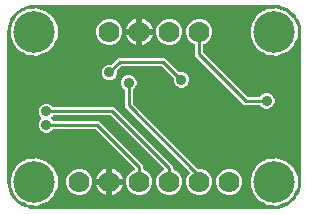
<source format=gbr>
G04 EAGLE Gerber RS-274X export*
G75*
%MOMM*%
%FSLAX34Y34*%
%LPD*%
%INBottom Copper*%
%IPPOS*%
%AMOC8*
5,1,8,0,0,1.08239X$1,22.5*%
G01*
%ADD10C,3.516000*%
%ADD11C,1.778000*%
%ADD12C,0.906400*%
%ADD13C,0.254000*%

G36*
X228622Y2543D02*
X228622Y2543D01*
X228700Y2545D01*
X232077Y2810D01*
X232145Y2824D01*
X232214Y2829D01*
X232370Y2869D01*
X238794Y4956D01*
X238901Y5006D01*
X239012Y5050D01*
X239063Y5083D01*
X239082Y5091D01*
X239097Y5104D01*
X239148Y5136D01*
X244612Y9107D01*
X244699Y9188D01*
X244746Y9227D01*
X244752Y9231D01*
X244753Y9233D01*
X244791Y9264D01*
X244829Y9310D01*
X244844Y9324D01*
X244855Y9342D01*
X244893Y9388D01*
X246586Y11717D01*
X246599Y11741D01*
X246616Y11761D01*
X246675Y11880D01*
X246739Y11996D01*
X246746Y12022D01*
X246758Y12046D01*
X246785Y12174D01*
X246799Y12185D01*
X246823Y12196D01*
X246925Y12281D01*
X247031Y12361D01*
X247048Y12381D01*
X247068Y12398D01*
X247171Y12522D01*
X248864Y14852D01*
X248921Y14956D01*
X248985Y15056D01*
X249007Y15113D01*
X249017Y15131D01*
X249022Y15151D01*
X249044Y15206D01*
X251131Y21630D01*
X251144Y21698D01*
X251167Y21764D01*
X251190Y21923D01*
X251455Y25300D01*
X251455Y25304D01*
X251456Y25307D01*
X251455Y25326D01*
X251459Y25400D01*
X251459Y152400D01*
X251457Y152422D01*
X251455Y152500D01*
X251190Y155877D01*
X251176Y155945D01*
X251171Y156014D01*
X251131Y156170D01*
X249044Y162594D01*
X248993Y162701D01*
X248950Y162812D01*
X248917Y162863D01*
X248909Y162882D01*
X248896Y162897D01*
X248864Y162948D01*
X247171Y165278D01*
X247153Y165297D01*
X247139Y165320D01*
X247044Y165413D01*
X246953Y165509D01*
X246931Y165524D01*
X246912Y165542D01*
X246798Y165608D01*
X246792Y165624D01*
X246789Y165651D01*
X246740Y165775D01*
X246697Y165900D01*
X246682Y165922D01*
X246672Y165947D01*
X246586Y166083D01*
X244893Y168412D01*
X244812Y168499D01*
X244736Y168591D01*
X244690Y168629D01*
X244676Y168644D01*
X244658Y168655D01*
X244612Y168693D01*
X239148Y172664D01*
X239044Y172721D01*
X238944Y172785D01*
X238887Y172807D01*
X238869Y172817D01*
X238849Y172822D01*
X238794Y172844D01*
X232370Y174931D01*
X232302Y174944D01*
X232236Y174967D01*
X232077Y174990D01*
X228700Y175255D01*
X228678Y175254D01*
X228600Y175259D01*
X25400Y175259D01*
X25378Y175257D01*
X25300Y175255D01*
X21923Y174990D01*
X21855Y174976D01*
X21786Y174971D01*
X21630Y174931D01*
X18892Y174041D01*
X18867Y174030D01*
X18842Y174024D01*
X18724Y173963D01*
X18604Y173906D01*
X18583Y173889D01*
X18560Y173877D01*
X18462Y173789D01*
X18445Y173788D01*
X18418Y173793D01*
X18286Y173785D01*
X18153Y173783D01*
X18127Y173775D01*
X18101Y173774D01*
X17945Y173734D01*
X15206Y172844D01*
X15099Y172794D01*
X14988Y172750D01*
X14937Y172717D01*
X14918Y172709D01*
X14903Y172696D01*
X14852Y172664D01*
X9388Y168693D01*
X9301Y168612D01*
X9209Y168536D01*
X9171Y168490D01*
X9156Y168476D01*
X9145Y168458D01*
X9107Y168412D01*
X5136Y162948D01*
X5079Y162844D01*
X5015Y162744D01*
X4993Y162687D01*
X4983Y162669D01*
X4978Y162649D01*
X4956Y162594D01*
X2869Y156170D01*
X2856Y156102D01*
X2833Y156036D01*
X2810Y155877D01*
X2545Y152500D01*
X2546Y152478D01*
X2541Y152400D01*
X2541Y25400D01*
X2543Y25378D01*
X2545Y25300D01*
X2810Y21923D01*
X2824Y21855D01*
X2829Y21786D01*
X2869Y21630D01*
X4956Y15206D01*
X5006Y15099D01*
X5050Y14988D01*
X5083Y14937D01*
X5091Y14918D01*
X5104Y14903D01*
X5136Y14852D01*
X9107Y9388D01*
X9127Y9366D01*
X9138Y9348D01*
X9184Y9305D01*
X9188Y9301D01*
X9264Y9209D01*
X9310Y9171D01*
X9324Y9156D01*
X9342Y9145D01*
X9388Y9107D01*
X14852Y5136D01*
X14956Y5079D01*
X15056Y5015D01*
X15113Y4993D01*
X15131Y4983D01*
X15151Y4978D01*
X15206Y4956D01*
X17945Y4066D01*
X17971Y4061D01*
X17996Y4051D01*
X18127Y4031D01*
X18257Y4006D01*
X18284Y4008D01*
X18310Y4004D01*
X18441Y4018D01*
X18455Y4008D01*
X18474Y3989D01*
X18585Y3917D01*
X18694Y3842D01*
X18719Y3832D01*
X18742Y3818D01*
X18891Y3759D01*
X21630Y2869D01*
X21698Y2856D01*
X21764Y2833D01*
X21923Y2810D01*
X25300Y2545D01*
X25322Y2546D01*
X25400Y2541D01*
X228600Y2541D01*
X228622Y2543D01*
G37*
%LPC*%
G36*
X112127Y14477D02*
X112127Y14477D01*
X108113Y16140D01*
X105040Y19213D01*
X103377Y23227D01*
X103377Y27573D01*
X105040Y31587D01*
X108113Y34660D01*
X109863Y35385D01*
X109906Y35409D01*
X109953Y35426D01*
X110043Y35488D01*
X110139Y35542D01*
X110175Y35577D01*
X110216Y35605D01*
X110288Y35687D01*
X110367Y35763D01*
X110393Y35806D01*
X110426Y35843D01*
X110476Y35941D01*
X110534Y36035D01*
X110548Y36082D01*
X110571Y36126D01*
X110595Y36234D01*
X110627Y36339D01*
X110630Y36388D01*
X110640Y36437D01*
X110637Y36547D01*
X110642Y36656D01*
X110632Y36705D01*
X110631Y36755D01*
X110600Y36860D01*
X110578Y36968D01*
X110556Y37012D01*
X110542Y37060D01*
X110487Y37155D01*
X110438Y37253D01*
X110406Y37291D01*
X110381Y37334D01*
X110274Y37455D01*
X77744Y69986D01*
X77665Y70046D01*
X77593Y70114D01*
X77540Y70143D01*
X77492Y70180D01*
X77401Y70220D01*
X77315Y70268D01*
X77256Y70283D01*
X77201Y70307D01*
X77103Y70322D01*
X77007Y70347D01*
X76907Y70353D01*
X76887Y70357D01*
X76874Y70355D01*
X76846Y70357D01*
X42067Y70357D01*
X41969Y70345D01*
X41870Y70342D01*
X41812Y70325D01*
X41751Y70317D01*
X41659Y70281D01*
X41564Y70253D01*
X41512Y70223D01*
X41456Y70200D01*
X41376Y70142D01*
X41290Y70092D01*
X41215Y70026D01*
X41198Y70014D01*
X41191Y70004D01*
X41169Y69986D01*
X39279Y68095D01*
X36866Y67095D01*
X34254Y67095D01*
X31841Y68095D01*
X29995Y69941D01*
X28995Y72354D01*
X28995Y74966D01*
X29995Y77379D01*
X31094Y78478D01*
X31167Y78572D01*
X31245Y78661D01*
X31264Y78697D01*
X31289Y78729D01*
X31336Y78838D01*
X31390Y78944D01*
X31399Y78983D01*
X31415Y79021D01*
X31434Y79138D01*
X31460Y79254D01*
X31458Y79295D01*
X31465Y79335D01*
X31454Y79453D01*
X31450Y79572D01*
X31439Y79611D01*
X31435Y79651D01*
X31395Y79763D01*
X31362Y79878D01*
X31341Y79913D01*
X31327Y79951D01*
X31260Y80049D01*
X31200Y80152D01*
X31160Y80197D01*
X31149Y80214D01*
X31133Y80227D01*
X31094Y80273D01*
X29995Y81371D01*
X28995Y83784D01*
X28995Y86396D01*
X29995Y88809D01*
X31841Y90655D01*
X34254Y91655D01*
X36866Y91655D01*
X39279Y90655D01*
X41169Y88764D01*
X41248Y88704D01*
X41320Y88636D01*
X41373Y88607D01*
X41421Y88570D01*
X41512Y88530D01*
X41598Y88482D01*
X41657Y88467D01*
X41713Y88443D01*
X41811Y88428D01*
X41906Y88403D01*
X42006Y88397D01*
X42027Y88393D01*
X42039Y88395D01*
X42067Y88393D01*
X92808Y88393D01*
X143003Y38198D01*
X143003Y36703D01*
X143006Y36673D01*
X143004Y36644D01*
X143026Y36516D01*
X143043Y36387D01*
X143053Y36360D01*
X143058Y36331D01*
X143112Y36212D01*
X143160Y36091D01*
X143177Y36068D01*
X143189Y36041D01*
X143270Y35939D01*
X143346Y35834D01*
X143369Y35815D01*
X143388Y35792D01*
X143491Y35714D01*
X143591Y35631D01*
X143618Y35619D01*
X143642Y35601D01*
X143786Y35530D01*
X145887Y34660D01*
X148960Y31587D01*
X150623Y27573D01*
X150623Y23227D01*
X148960Y19213D01*
X145887Y16140D01*
X141873Y14477D01*
X137527Y14477D01*
X133513Y16140D01*
X130440Y19213D01*
X128777Y23227D01*
X128777Y27573D01*
X130440Y31587D01*
X133513Y34660D01*
X134365Y35013D01*
X134408Y35037D01*
X134455Y35054D01*
X134546Y35116D01*
X134641Y35170D01*
X134677Y35205D01*
X134718Y35233D01*
X134791Y35315D01*
X134869Y35392D01*
X134895Y35434D01*
X134928Y35471D01*
X134978Y35569D01*
X135036Y35663D01*
X135050Y35710D01*
X135073Y35754D01*
X135097Y35862D01*
X135129Y35967D01*
X135132Y36016D01*
X135142Y36065D01*
X135139Y36175D01*
X135144Y36284D01*
X135134Y36333D01*
X135133Y36383D01*
X135102Y36488D01*
X135080Y36596D01*
X135058Y36640D01*
X135044Y36688D01*
X134989Y36783D01*
X134940Y36881D01*
X134908Y36919D01*
X134883Y36962D01*
X134776Y37083D01*
X90444Y81416D01*
X90365Y81476D01*
X90293Y81544D01*
X90240Y81573D01*
X90192Y81610D01*
X90101Y81650D01*
X90015Y81698D01*
X89956Y81713D01*
X89901Y81737D01*
X89803Y81752D01*
X89707Y81777D01*
X89607Y81783D01*
X89586Y81787D01*
X89574Y81785D01*
X89546Y81787D01*
X42067Y81787D01*
X41969Y81775D01*
X41870Y81772D01*
X41812Y81755D01*
X41751Y81747D01*
X41659Y81711D01*
X41564Y81683D01*
X41512Y81653D01*
X41456Y81630D01*
X41376Y81572D01*
X41290Y81522D01*
X41215Y81456D01*
X41198Y81444D01*
X41191Y81434D01*
X41169Y81416D01*
X40026Y80273D01*
X39954Y80179D01*
X39875Y80089D01*
X39856Y80053D01*
X39832Y80021D01*
X39784Y79912D01*
X39730Y79806D01*
X39721Y79767D01*
X39705Y79729D01*
X39686Y79612D01*
X39660Y79496D01*
X39662Y79455D01*
X39655Y79415D01*
X39666Y79297D01*
X39670Y79178D01*
X39681Y79139D01*
X39685Y79099D01*
X39725Y78986D01*
X39758Y78872D01*
X39779Y78838D01*
X39793Y78799D01*
X39860Y78701D01*
X39920Y78598D01*
X39960Y78553D01*
X39971Y78536D01*
X39987Y78523D01*
X40026Y78478D01*
X41169Y77334D01*
X41248Y77274D01*
X41320Y77206D01*
X41373Y77177D01*
X41421Y77140D01*
X41512Y77100D01*
X41598Y77052D01*
X41657Y77037D01*
X41713Y77013D01*
X41811Y76998D01*
X41906Y76973D01*
X42006Y76967D01*
X42027Y76963D01*
X42039Y76965D01*
X42067Y76963D01*
X80108Y76963D01*
X82414Y74657D01*
X82414Y74656D01*
X117603Y39468D01*
X117603Y36703D01*
X117606Y36674D01*
X117604Y36644D01*
X117626Y36516D01*
X117643Y36387D01*
X117653Y36360D01*
X117658Y36331D01*
X117712Y36212D01*
X117760Y36092D01*
X117777Y36068D01*
X117789Y36041D01*
X117870Y35939D01*
X117946Y35834D01*
X117969Y35815D01*
X117988Y35792D01*
X118091Y35714D01*
X118191Y35631D01*
X118218Y35619D01*
X118242Y35601D01*
X118386Y35530D01*
X120487Y34660D01*
X123560Y31587D01*
X125223Y27573D01*
X125223Y23227D01*
X123560Y19213D01*
X120487Y16140D01*
X116473Y14477D01*
X112127Y14477D01*
G37*
%LPD*%
%LPC*%
G36*
X23676Y132780D02*
X23676Y132780D01*
X23658Y132780D01*
X23543Y132787D01*
X21499Y132787D01*
X20951Y133014D01*
X20853Y133041D01*
X20757Y133077D01*
X20665Y133092D01*
X20644Y133098D01*
X20631Y133098D01*
X20598Y133104D01*
X19179Y133253D01*
X16215Y134964D01*
X16212Y134965D01*
X16210Y134967D01*
X16066Y135038D01*
X14290Y135773D01*
X13693Y136370D01*
X13626Y136422D01*
X13565Y136483D01*
X13451Y136558D01*
X13442Y136565D01*
X13438Y136567D01*
X13431Y136572D01*
X11929Y137439D01*
X10139Y139903D01*
X10126Y139917D01*
X10116Y139933D01*
X10009Y140054D01*
X8773Y141290D01*
X8357Y142296D01*
X8322Y142356D01*
X8297Y142420D01*
X8211Y142556D01*
X7008Y144211D01*
X6447Y146850D01*
X6436Y146883D01*
X6431Y146919D01*
X6379Y147071D01*
X5787Y148499D01*
X5787Y149822D01*
X5781Y149874D01*
X5783Y149926D01*
X5760Y150086D01*
X5268Y152400D01*
X5760Y154714D01*
X5764Y154767D01*
X5777Y154818D01*
X5787Y154978D01*
X5787Y156301D01*
X6379Y157729D01*
X6388Y157763D01*
X6404Y157795D01*
X6447Y157950D01*
X7008Y160589D01*
X8211Y162244D01*
X8244Y162305D01*
X8286Y162360D01*
X8357Y162504D01*
X8773Y163510D01*
X10009Y164746D01*
X10021Y164761D01*
X10036Y164773D01*
X10139Y164897D01*
X11929Y167361D01*
X13431Y168228D01*
X13499Y168280D01*
X13573Y168324D01*
X13675Y168414D01*
X13684Y168421D01*
X13687Y168424D01*
X13693Y168430D01*
X14290Y169027D01*
X16066Y169762D01*
X16068Y169764D01*
X16070Y169764D01*
X16215Y169836D01*
X18972Y171428D01*
X18993Y171444D01*
X19017Y171455D01*
X19119Y171540D01*
X19166Y171575D01*
X19203Y171568D01*
X19229Y171569D01*
X19256Y171565D01*
X19416Y171572D01*
X20598Y171696D01*
X20698Y171720D01*
X20799Y171734D01*
X20887Y171764D01*
X20908Y171769D01*
X20920Y171775D01*
X20951Y171786D01*
X21499Y172013D01*
X23543Y172013D01*
X23560Y172015D01*
X23676Y172020D01*
X27504Y172422D01*
X28573Y172075D01*
X28690Y172053D01*
X28805Y172023D01*
X28865Y172019D01*
X28885Y172015D01*
X28906Y172017D01*
X28965Y172013D01*
X29301Y172013D01*
X31209Y171223D01*
X31230Y171217D01*
X31302Y171188D01*
X35466Y169835D01*
X36078Y169285D01*
X36188Y169208D01*
X36297Y169126D01*
X36327Y169111D01*
X36339Y169103D01*
X36359Y169096D01*
X36441Y169055D01*
X36510Y169027D01*
X37805Y167732D01*
X37819Y167721D01*
X37853Y167686D01*
X41687Y164234D01*
X41900Y163756D01*
X41979Y163626D01*
X42250Y162972D01*
X42255Y162963D01*
X42263Y162941D01*
X45092Y156586D01*
X45092Y148214D01*
X42263Y141859D01*
X42260Y141849D01*
X42250Y141828D01*
X41994Y141211D01*
X41975Y141187D01*
X41970Y141179D01*
X41968Y141175D01*
X41963Y141165D01*
X41900Y141044D01*
X41687Y140566D01*
X37853Y137114D01*
X37841Y137100D01*
X37804Y137068D01*
X36510Y135773D01*
X36441Y135745D01*
X36324Y135678D01*
X36204Y135615D01*
X36177Y135594D01*
X36165Y135587D01*
X36149Y135572D01*
X36078Y135515D01*
X35466Y134965D01*
X31302Y133612D01*
X31283Y133603D01*
X31209Y133577D01*
X29301Y132787D01*
X28965Y132787D01*
X28848Y132772D01*
X28729Y132765D01*
X28670Y132750D01*
X28650Y132747D01*
X28631Y132740D01*
X28573Y132725D01*
X27504Y132378D01*
X23676Y132780D01*
G37*
%LPD*%
%LPC*%
G36*
X226876Y132780D02*
X226876Y132780D01*
X226858Y132780D01*
X226743Y132787D01*
X224699Y132787D01*
X224151Y133014D01*
X224052Y133041D01*
X223957Y133077D01*
X223865Y133092D01*
X223844Y133098D01*
X223831Y133098D01*
X223798Y133104D01*
X222379Y133253D01*
X219415Y134964D01*
X219413Y134965D01*
X219410Y134967D01*
X219266Y135038D01*
X217490Y135773D01*
X216893Y136370D01*
X216826Y136422D01*
X216765Y136483D01*
X216651Y136558D01*
X216642Y136565D01*
X216638Y136567D01*
X216631Y136572D01*
X215129Y137439D01*
X213339Y139903D01*
X213326Y139917D01*
X213316Y139933D01*
X213209Y140054D01*
X211973Y141290D01*
X211557Y142296D01*
X211522Y142356D01*
X211497Y142420D01*
X211411Y142556D01*
X210208Y144211D01*
X209647Y146849D01*
X209636Y146883D01*
X209631Y146919D01*
X209579Y147071D01*
X208987Y148499D01*
X208987Y149822D01*
X208981Y149874D01*
X208983Y149926D01*
X208960Y150086D01*
X208468Y152400D01*
X208960Y154714D01*
X208964Y154767D01*
X208977Y154817D01*
X208987Y154978D01*
X208987Y156301D01*
X209579Y157729D01*
X209588Y157763D01*
X209604Y157795D01*
X209647Y157951D01*
X210208Y160589D01*
X211411Y162244D01*
X211444Y162305D01*
X211486Y162360D01*
X211557Y162504D01*
X211973Y163510D01*
X213209Y164746D01*
X213221Y164761D01*
X213236Y164773D01*
X213339Y164897D01*
X215129Y167361D01*
X216631Y168228D01*
X216699Y168280D01*
X216773Y168324D01*
X216875Y168414D01*
X216884Y168421D01*
X216887Y168424D01*
X216893Y168430D01*
X217490Y169027D01*
X219266Y169762D01*
X219268Y169764D01*
X219271Y169764D01*
X219415Y169836D01*
X222379Y171547D01*
X223798Y171696D01*
X223898Y171720D01*
X223999Y171734D01*
X224087Y171764D01*
X224108Y171769D01*
X224120Y171775D01*
X224151Y171786D01*
X224699Y172013D01*
X226743Y172013D01*
X226760Y172015D01*
X226876Y172020D01*
X230704Y172422D01*
X231773Y172075D01*
X231890Y172053D01*
X232005Y172023D01*
X232065Y172019D01*
X232085Y172015D01*
X232106Y172017D01*
X232165Y172013D01*
X232501Y172013D01*
X234409Y171222D01*
X234430Y171217D01*
X234503Y171188D01*
X238666Y169835D01*
X239278Y169285D01*
X239389Y169207D01*
X239497Y169126D01*
X239527Y169111D01*
X239539Y169103D01*
X239559Y169096D01*
X239641Y169055D01*
X239710Y169027D01*
X241005Y167732D01*
X241019Y167721D01*
X241053Y167686D01*
X244710Y164393D01*
X244732Y164378D01*
X244750Y164359D01*
X244862Y164288D01*
X244910Y164254D01*
X244914Y164217D01*
X244924Y164192D01*
X244929Y164166D01*
X244985Y164015D01*
X245100Y163756D01*
X245179Y163626D01*
X245450Y162971D01*
X245455Y162962D01*
X245463Y162941D01*
X248292Y156586D01*
X248292Y148214D01*
X245463Y141859D01*
X245460Y141849D01*
X245450Y141829D01*
X245194Y141211D01*
X245175Y141187D01*
X245170Y141179D01*
X245168Y141175D01*
X245163Y141164D01*
X245100Y141044D01*
X244887Y140566D01*
X241053Y137114D01*
X241041Y137100D01*
X241005Y137068D01*
X239710Y135773D01*
X239641Y135745D01*
X239524Y135678D01*
X239404Y135615D01*
X239377Y135594D01*
X239365Y135587D01*
X239350Y135572D01*
X239278Y135515D01*
X238666Y134965D01*
X234502Y133612D01*
X234483Y133603D01*
X234409Y133577D01*
X232501Y132787D01*
X232165Y132787D01*
X232047Y132772D01*
X231929Y132765D01*
X231870Y132750D01*
X231850Y132747D01*
X231831Y132740D01*
X231773Y132725D01*
X230704Y132378D01*
X226876Y132780D01*
G37*
%LPD*%
%LPC*%
G36*
X226876Y5780D02*
X226876Y5780D01*
X226858Y5780D01*
X226743Y5787D01*
X224699Y5787D01*
X224151Y6014D01*
X224052Y6041D01*
X223957Y6077D01*
X223865Y6092D01*
X223844Y6098D01*
X223831Y6098D01*
X223798Y6104D01*
X222379Y6253D01*
X219415Y7964D01*
X219413Y7965D01*
X219410Y7967D01*
X219266Y8038D01*
X217490Y8773D01*
X216893Y9370D01*
X216826Y9422D01*
X216765Y9483D01*
X216651Y9558D01*
X216642Y9565D01*
X216638Y9567D01*
X216631Y9572D01*
X215129Y10439D01*
X213339Y12903D01*
X213326Y12917D01*
X213316Y12933D01*
X213209Y13054D01*
X211973Y14290D01*
X211557Y15296D01*
X211522Y15356D01*
X211497Y15420D01*
X211411Y15556D01*
X210208Y17211D01*
X209647Y19849D01*
X209636Y19883D01*
X209631Y19919D01*
X209579Y20071D01*
X208987Y21499D01*
X208987Y22822D01*
X208981Y22874D01*
X208983Y22926D01*
X208960Y23086D01*
X208468Y25400D01*
X208960Y27714D01*
X208964Y27767D01*
X208977Y27817D01*
X208987Y27978D01*
X208987Y29301D01*
X209579Y30729D01*
X209588Y30763D01*
X209604Y30795D01*
X209647Y30951D01*
X210208Y33589D01*
X211411Y35244D01*
X211444Y35305D01*
X211486Y35360D01*
X211557Y35504D01*
X211973Y36510D01*
X213209Y37746D01*
X213221Y37761D01*
X213236Y37773D01*
X213339Y37897D01*
X215129Y40361D01*
X216631Y41228D01*
X216699Y41280D01*
X216773Y41324D01*
X216875Y41414D01*
X216884Y41421D01*
X216887Y41424D01*
X216893Y41430D01*
X217490Y42027D01*
X219266Y42762D01*
X219268Y42764D01*
X219271Y42764D01*
X219415Y42836D01*
X222379Y44547D01*
X223798Y44696D01*
X223898Y44720D01*
X223999Y44734D01*
X224087Y44764D01*
X224108Y44769D01*
X224120Y44775D01*
X224151Y44786D01*
X224699Y45013D01*
X226743Y45013D01*
X226760Y45015D01*
X226876Y45020D01*
X230704Y45422D01*
X231773Y45075D01*
X231890Y45053D01*
X232005Y45023D01*
X232065Y45019D01*
X232085Y45015D01*
X232106Y45017D01*
X232165Y45013D01*
X232501Y45013D01*
X234409Y44222D01*
X234430Y44217D01*
X234503Y44188D01*
X238666Y42835D01*
X239278Y42285D01*
X239389Y42207D01*
X239497Y42126D01*
X239527Y42111D01*
X239539Y42103D01*
X239559Y42096D01*
X239641Y42055D01*
X239710Y42027D01*
X241005Y40732D01*
X241019Y40721D01*
X241053Y40686D01*
X244887Y37234D01*
X245100Y36756D01*
X245179Y36626D01*
X245450Y35971D01*
X245455Y35962D01*
X245463Y35941D01*
X248292Y29586D01*
X248292Y21214D01*
X245463Y14859D01*
X245460Y14849D01*
X245450Y14829D01*
X245194Y14211D01*
X245175Y14187D01*
X245170Y14178D01*
X245168Y14175D01*
X245163Y14165D01*
X245100Y14044D01*
X244985Y13785D01*
X244977Y13759D01*
X244964Y13736D01*
X244931Y13607D01*
X244914Y13552D01*
X244880Y13536D01*
X244860Y13519D01*
X244836Y13507D01*
X244710Y13407D01*
X241053Y10114D01*
X241041Y10100D01*
X241005Y10068D01*
X239710Y8773D01*
X239641Y8745D01*
X239524Y8678D01*
X239404Y8615D01*
X239377Y8594D01*
X239365Y8587D01*
X239350Y8572D01*
X239278Y8515D01*
X238666Y7965D01*
X234502Y6612D01*
X234483Y6603D01*
X234409Y6577D01*
X232501Y5787D01*
X232165Y5787D01*
X232047Y5772D01*
X231929Y5765D01*
X231870Y5750D01*
X231850Y5747D01*
X231831Y5740D01*
X231773Y5725D01*
X230704Y5378D01*
X226876Y5780D01*
G37*
%LPD*%
%LPC*%
G36*
X23676Y5780D02*
X23676Y5780D01*
X23658Y5780D01*
X23543Y5787D01*
X21499Y5787D01*
X20951Y6014D01*
X20852Y6041D01*
X20757Y6077D01*
X20665Y6092D01*
X20644Y6098D01*
X20631Y6098D01*
X20598Y6104D01*
X19416Y6228D01*
X19390Y6227D01*
X19364Y6232D01*
X19231Y6224D01*
X19173Y6223D01*
X19147Y6250D01*
X19125Y6265D01*
X19106Y6283D01*
X18972Y6372D01*
X16215Y7964D01*
X16213Y7965D01*
X16210Y7967D01*
X16066Y8038D01*
X14290Y8773D01*
X13693Y9370D01*
X13626Y9422D01*
X13565Y9483D01*
X13451Y9558D01*
X13442Y9565D01*
X13438Y9567D01*
X13431Y9572D01*
X11929Y10439D01*
X10139Y12903D01*
X10126Y12917D01*
X10116Y12933D01*
X10009Y13054D01*
X8773Y14290D01*
X8357Y15296D01*
X8322Y15356D01*
X8297Y15420D01*
X8211Y15556D01*
X7008Y17211D01*
X6447Y19849D01*
X6436Y19883D01*
X6431Y19919D01*
X6379Y20071D01*
X5787Y21499D01*
X5787Y22822D01*
X5781Y22874D01*
X5783Y22926D01*
X5760Y23086D01*
X5268Y25400D01*
X5760Y27714D01*
X5764Y27767D01*
X5777Y27817D01*
X5787Y27978D01*
X5787Y29301D01*
X6379Y30729D01*
X6388Y30763D01*
X6404Y30795D01*
X6447Y30951D01*
X7008Y33589D01*
X8211Y35244D01*
X8244Y35305D01*
X8286Y35360D01*
X8357Y35504D01*
X8773Y36510D01*
X10009Y37746D01*
X10021Y37761D01*
X10036Y37773D01*
X10139Y37897D01*
X11929Y40361D01*
X13431Y41228D01*
X13499Y41280D01*
X13573Y41324D01*
X13675Y41414D01*
X13684Y41421D01*
X13687Y41424D01*
X13693Y41430D01*
X14290Y42027D01*
X16066Y42762D01*
X16068Y42764D01*
X16071Y42764D01*
X16215Y42836D01*
X19179Y44547D01*
X20598Y44696D01*
X20698Y44720D01*
X20799Y44734D01*
X20887Y44764D01*
X20908Y44769D01*
X20920Y44775D01*
X20951Y44786D01*
X21499Y45013D01*
X23543Y45013D01*
X23560Y45015D01*
X23676Y45020D01*
X27504Y45422D01*
X28573Y45075D01*
X28690Y45053D01*
X28805Y45023D01*
X28865Y45019D01*
X28885Y45015D01*
X28906Y45017D01*
X28965Y45013D01*
X29301Y45013D01*
X31209Y44222D01*
X31230Y44217D01*
X31303Y44188D01*
X35466Y42835D01*
X36078Y42285D01*
X36189Y42207D01*
X36297Y42126D01*
X36327Y42111D01*
X36339Y42103D01*
X36359Y42096D01*
X36441Y42055D01*
X36510Y42027D01*
X37805Y40732D01*
X37819Y40721D01*
X37853Y40686D01*
X41687Y37234D01*
X41900Y36756D01*
X41979Y36626D01*
X42250Y35971D01*
X42255Y35962D01*
X42263Y35941D01*
X45092Y29586D01*
X45092Y21214D01*
X42263Y14859D01*
X42260Y14849D01*
X42250Y14829D01*
X41994Y14211D01*
X41975Y14187D01*
X41970Y14179D01*
X41968Y14175D01*
X41963Y14164D01*
X41900Y14044D01*
X41687Y13566D01*
X37853Y10114D01*
X37841Y10100D01*
X37805Y10068D01*
X36510Y8773D01*
X36441Y8745D01*
X36324Y8678D01*
X36204Y8615D01*
X36177Y8594D01*
X36165Y8587D01*
X36150Y8572D01*
X36078Y8515D01*
X35466Y7965D01*
X31302Y6612D01*
X31283Y6603D01*
X31209Y6577D01*
X29301Y5787D01*
X28965Y5787D01*
X28847Y5772D01*
X28729Y5765D01*
X28670Y5750D01*
X28650Y5747D01*
X28631Y5740D01*
X28573Y5725D01*
X27504Y5378D01*
X23676Y5780D01*
G37*
%LPD*%
%LPC*%
G36*
X162927Y14477D02*
X162927Y14477D01*
X158913Y16140D01*
X155840Y19213D01*
X154177Y23227D01*
X154177Y27573D01*
X155840Y31587D01*
X156684Y32431D01*
X156756Y32524D01*
X156835Y32614D01*
X156854Y32650D01*
X156879Y32682D01*
X156926Y32791D01*
X156980Y32897D01*
X156989Y32937D01*
X157005Y32974D01*
X157024Y33091D01*
X157050Y33207D01*
X157048Y33248D01*
X157055Y33288D01*
X157044Y33406D01*
X157040Y33525D01*
X157029Y33564D01*
X157025Y33604D01*
X156985Y33717D01*
X156952Y33831D01*
X156931Y33866D01*
X156917Y33904D01*
X156850Y34002D01*
X156790Y34105D01*
X156750Y34150D01*
X156739Y34167D01*
X156723Y34180D01*
X156684Y34226D01*
X102107Y88802D01*
X102107Y102713D01*
X102095Y102811D01*
X102092Y102910D01*
X102075Y102968D01*
X102067Y103029D01*
X102031Y103121D01*
X102003Y103216D01*
X101973Y103268D01*
X101950Y103324D01*
X101892Y103404D01*
X101842Y103490D01*
X101776Y103565D01*
X101764Y103582D01*
X101754Y103589D01*
X101736Y103611D01*
X99845Y105501D01*
X98845Y107914D01*
X98845Y110526D01*
X99845Y112939D01*
X101691Y114785D01*
X104104Y115785D01*
X106716Y115785D01*
X109129Y114785D01*
X110975Y112939D01*
X111975Y110526D01*
X111975Y107914D01*
X110975Y105501D01*
X109084Y103611D01*
X109024Y103532D01*
X108956Y103460D01*
X108927Y103407D01*
X108890Y103359D01*
X108850Y103268D01*
X108802Y103182D01*
X108787Y103123D01*
X108763Y103067D01*
X108748Y102969D01*
X108723Y102874D01*
X108717Y102774D01*
X108713Y102753D01*
X108715Y102741D01*
X108713Y102713D01*
X108713Y92064D01*
X108725Y91966D01*
X108728Y91867D01*
X108745Y91808D01*
X108753Y91748D01*
X108789Y91656D01*
X108817Y91561D01*
X108847Y91509D01*
X108870Y91453D01*
X108928Y91373D01*
X108978Y91287D01*
X109044Y91212D01*
X109056Y91195D01*
X109066Y91187D01*
X109084Y91166D01*
X163556Y36694D01*
X163635Y36634D01*
X163707Y36566D01*
X163760Y36537D01*
X163808Y36500D01*
X163899Y36460D01*
X163985Y36412D01*
X164044Y36397D01*
X164099Y36373D01*
X164197Y36358D01*
X164293Y36333D01*
X164393Y36327D01*
X164413Y36323D01*
X164426Y36325D01*
X164454Y36323D01*
X167273Y36323D01*
X171287Y34660D01*
X174360Y31587D01*
X176023Y27573D01*
X176023Y23227D01*
X174360Y19213D01*
X171287Y16140D01*
X167273Y14477D01*
X162927Y14477D01*
G37*
%LPD*%
%LPC*%
G36*
X220944Y87415D02*
X220944Y87415D01*
X218531Y88415D01*
X216641Y90306D01*
X216562Y90366D01*
X216490Y90434D01*
X216437Y90463D01*
X216389Y90500D01*
X216298Y90540D01*
X216212Y90588D01*
X216153Y90603D01*
X216097Y90627D01*
X215999Y90642D01*
X215904Y90667D01*
X215804Y90673D01*
X215783Y90677D01*
X215771Y90675D01*
X215743Y90677D01*
X203102Y90677D01*
X161797Y131982D01*
X161797Y141097D01*
X161794Y141127D01*
X161796Y141156D01*
X161774Y141284D01*
X161757Y141413D01*
X161747Y141440D01*
X161742Y141469D01*
X161688Y141588D01*
X161640Y141709D01*
X161623Y141732D01*
X161611Y141759D01*
X161530Y141861D01*
X161454Y141966D01*
X161431Y141985D01*
X161412Y142008D01*
X161309Y142086D01*
X161209Y142169D01*
X161182Y142181D01*
X161158Y142199D01*
X161014Y142270D01*
X158913Y143140D01*
X155840Y146213D01*
X154177Y150227D01*
X154177Y154573D01*
X155840Y158587D01*
X158913Y161660D01*
X162927Y163323D01*
X167273Y163323D01*
X171287Y161660D01*
X174360Y158587D01*
X176023Y154573D01*
X176023Y150227D01*
X174360Y146213D01*
X171287Y143140D01*
X169186Y142270D01*
X169161Y142255D01*
X169133Y142246D01*
X169023Y142177D01*
X168910Y142112D01*
X168889Y142092D01*
X168864Y142076D01*
X168775Y141981D01*
X168682Y141891D01*
X168666Y141866D01*
X168646Y141844D01*
X168583Y141731D01*
X168515Y141620D01*
X168507Y141592D01*
X168492Y141566D01*
X168460Y141440D01*
X168422Y141316D01*
X168420Y141287D01*
X168413Y141258D01*
X168403Y141097D01*
X168403Y135244D01*
X168415Y135146D01*
X168418Y135047D01*
X168435Y134988D01*
X168443Y134928D01*
X168479Y134836D01*
X168507Y134741D01*
X168537Y134689D01*
X168560Y134633D01*
X168618Y134553D01*
X168668Y134467D01*
X168734Y134392D01*
X168746Y134375D01*
X168756Y134367D01*
X168774Y134346D01*
X205466Y97654D01*
X205545Y97594D01*
X205617Y97526D01*
X205670Y97497D01*
X205718Y97460D01*
X205809Y97420D01*
X205895Y97372D01*
X205954Y97357D01*
X206009Y97333D01*
X206107Y97318D01*
X206203Y97293D01*
X206303Y97287D01*
X206324Y97283D01*
X206336Y97285D01*
X206364Y97283D01*
X215743Y97283D01*
X215841Y97295D01*
X215940Y97298D01*
X215998Y97315D01*
X216059Y97323D01*
X216151Y97359D01*
X216246Y97387D01*
X216298Y97417D01*
X216354Y97440D01*
X216434Y97498D01*
X216520Y97548D01*
X216595Y97614D01*
X216612Y97626D01*
X216619Y97636D01*
X216641Y97654D01*
X218531Y99545D01*
X220944Y100545D01*
X223556Y100545D01*
X225969Y99545D01*
X227815Y97699D01*
X228815Y95286D01*
X228815Y92674D01*
X227815Y90261D01*
X225969Y88415D01*
X223556Y87415D01*
X220944Y87415D01*
G37*
%LPD*%
%LPC*%
G36*
X148554Y105195D02*
X148554Y105195D01*
X146141Y106195D01*
X144295Y108041D01*
X143295Y110454D01*
X143295Y113128D01*
X143283Y113226D01*
X143280Y113325D01*
X143263Y113384D01*
X143255Y113444D01*
X143219Y113536D01*
X143191Y113631D01*
X143161Y113683D01*
X143138Y113739D01*
X143080Y113819D01*
X143030Y113905D01*
X142964Y113980D01*
X142952Y113997D01*
X142942Y114005D01*
X142924Y114026D01*
X133624Y123326D01*
X133545Y123386D01*
X133473Y123454D01*
X133420Y123483D01*
X133372Y123520D01*
X133281Y123560D01*
X133195Y123608D01*
X133136Y123623D01*
X133081Y123647D01*
X132983Y123662D01*
X132887Y123687D01*
X132787Y123693D01*
X132766Y123697D01*
X132754Y123695D01*
X132726Y123697D01*
X99684Y123697D01*
X99586Y123685D01*
X99487Y123682D01*
X99428Y123665D01*
X99368Y123657D01*
X99276Y123621D01*
X99181Y123593D01*
X99129Y123563D01*
X99073Y123540D01*
X98992Y123482D01*
X98907Y123432D01*
X98832Y123366D01*
X98815Y123354D01*
X98807Y123344D01*
X98786Y123326D01*
X95836Y120376D01*
X95776Y120297D01*
X95708Y120225D01*
X95679Y120172D01*
X95642Y120124D01*
X95602Y120033D01*
X95554Y119947D01*
X95539Y119888D01*
X95515Y119833D01*
X95500Y119735D01*
X95475Y119639D01*
X95469Y119539D01*
X95465Y119518D01*
X95467Y119506D01*
X95465Y119478D01*
X95465Y116804D01*
X94465Y114391D01*
X92619Y112545D01*
X90206Y111545D01*
X87594Y111545D01*
X85181Y112545D01*
X83335Y114391D01*
X82335Y116804D01*
X82335Y119416D01*
X83335Y121829D01*
X85181Y123675D01*
X87594Y124675D01*
X90268Y124675D01*
X90366Y124687D01*
X90465Y124690D01*
X90524Y124707D01*
X90584Y124715D01*
X90676Y124751D01*
X90771Y124779D01*
X90823Y124809D01*
X90879Y124832D01*
X90959Y124890D01*
X91045Y124940D01*
X91120Y125006D01*
X91137Y125018D01*
X91145Y125028D01*
X91166Y125046D01*
X96422Y130303D01*
X135988Y130303D01*
X147594Y118696D01*
X147673Y118636D01*
X147745Y118568D01*
X147798Y118539D01*
X147846Y118502D01*
X147937Y118462D01*
X148023Y118414D01*
X148082Y118399D01*
X148137Y118375D01*
X148235Y118360D01*
X148331Y118335D01*
X148431Y118329D01*
X148452Y118325D01*
X148464Y118327D01*
X148492Y118325D01*
X151166Y118325D01*
X153579Y117325D01*
X155425Y115479D01*
X156425Y113066D01*
X156425Y110454D01*
X155425Y108041D01*
X153579Y106195D01*
X151166Y105195D01*
X148554Y105195D01*
G37*
%LPD*%
%LPC*%
G36*
X137527Y141477D02*
X137527Y141477D01*
X133513Y143140D01*
X130440Y146213D01*
X128777Y150227D01*
X128777Y154573D01*
X130440Y158587D01*
X133513Y161660D01*
X137527Y163323D01*
X141873Y163323D01*
X145887Y161660D01*
X148960Y158587D01*
X150623Y154573D01*
X150623Y150227D01*
X148960Y146213D01*
X145887Y143140D01*
X141873Y141477D01*
X137527Y141477D01*
G37*
%LPD*%
%LPC*%
G36*
X86727Y141477D02*
X86727Y141477D01*
X82713Y143140D01*
X79640Y146213D01*
X77977Y150227D01*
X77977Y154573D01*
X79640Y158587D01*
X82713Y161660D01*
X86727Y163323D01*
X91073Y163323D01*
X95087Y161660D01*
X98160Y158587D01*
X99823Y154573D01*
X99823Y150227D01*
X98160Y146213D01*
X95087Y143140D01*
X91073Y141477D01*
X86727Y141477D01*
G37*
%LPD*%
%LPC*%
G36*
X188327Y14477D02*
X188327Y14477D01*
X184313Y16140D01*
X181240Y19213D01*
X179577Y23227D01*
X179577Y27573D01*
X181240Y31587D01*
X184313Y34660D01*
X188327Y36323D01*
X192673Y36323D01*
X196687Y34660D01*
X199760Y31587D01*
X201423Y27573D01*
X201423Y23227D01*
X199760Y19213D01*
X196687Y16140D01*
X192673Y14477D01*
X188327Y14477D01*
G37*
%LPD*%
%LPC*%
G36*
X61327Y14477D02*
X61327Y14477D01*
X57313Y16140D01*
X54240Y19213D01*
X52577Y23227D01*
X52577Y27573D01*
X54240Y31587D01*
X57313Y34660D01*
X61327Y36323D01*
X65673Y36323D01*
X69687Y34660D01*
X72760Y31587D01*
X74423Y27573D01*
X74423Y23227D01*
X72760Y19213D01*
X69687Y16140D01*
X65673Y14477D01*
X61327Y14477D01*
G37*
%LPD*%
%LPC*%
G36*
X116799Y154899D02*
X116799Y154899D01*
X116799Y163577D01*
X116977Y163549D01*
X118688Y162993D01*
X120291Y162177D01*
X121747Y161119D01*
X123019Y159847D01*
X124077Y158391D01*
X124893Y156788D01*
X125449Y155077D01*
X125477Y154899D01*
X116799Y154899D01*
G37*
%LPD*%
%LPC*%
G36*
X91399Y27899D02*
X91399Y27899D01*
X91399Y36577D01*
X91577Y36549D01*
X93288Y35993D01*
X94891Y35177D01*
X96347Y34119D01*
X97619Y32847D01*
X98677Y31391D01*
X99493Y29788D01*
X100049Y28077D01*
X100077Y27899D01*
X91399Y27899D01*
G37*
%LPD*%
%LPC*%
G36*
X103123Y154899D02*
X103123Y154899D01*
X103151Y155077D01*
X103707Y156788D01*
X104523Y158391D01*
X105581Y159847D01*
X106853Y161119D01*
X108309Y162177D01*
X109912Y162993D01*
X111623Y163549D01*
X111801Y163577D01*
X111801Y154899D01*
X103123Y154899D01*
G37*
%LPD*%
%LPC*%
G36*
X116799Y149901D02*
X116799Y149901D01*
X125477Y149901D01*
X125449Y149723D01*
X124893Y148012D01*
X124077Y146409D01*
X123019Y144953D01*
X121747Y143681D01*
X120291Y142623D01*
X118688Y141807D01*
X116977Y141251D01*
X116799Y141223D01*
X116799Y149901D01*
G37*
%LPD*%
%LPC*%
G36*
X77723Y27899D02*
X77723Y27899D01*
X77751Y28077D01*
X78307Y29788D01*
X79123Y31391D01*
X80181Y32847D01*
X81453Y34119D01*
X82909Y35177D01*
X84512Y35993D01*
X86223Y36549D01*
X86401Y36577D01*
X86401Y27899D01*
X77723Y27899D01*
G37*
%LPD*%
%LPC*%
G36*
X91399Y22901D02*
X91399Y22901D01*
X100077Y22901D01*
X100049Y22723D01*
X99493Y21012D01*
X98677Y19409D01*
X97619Y17953D01*
X96347Y16681D01*
X94891Y15623D01*
X93288Y14807D01*
X91577Y14251D01*
X91399Y14223D01*
X91399Y22901D01*
G37*
%LPD*%
%LPC*%
G36*
X111623Y141251D02*
X111623Y141251D01*
X109912Y141807D01*
X108309Y142623D01*
X106853Y143681D01*
X105581Y144953D01*
X104523Y146409D01*
X103707Y148012D01*
X103151Y149723D01*
X103123Y149901D01*
X111801Y149901D01*
X111801Y141223D01*
X111623Y141251D01*
G37*
%LPD*%
%LPC*%
G36*
X86223Y14251D02*
X86223Y14251D01*
X84512Y14807D01*
X82909Y15623D01*
X81453Y16681D01*
X80181Y17953D01*
X79123Y19409D01*
X78307Y21012D01*
X77751Y22723D01*
X77723Y22901D01*
X86401Y22901D01*
X86401Y14223D01*
X86223Y14251D01*
G37*
%LPD*%
D10*
X25400Y152400D03*
X228600Y152400D03*
X25400Y25400D03*
X228600Y25400D03*
D11*
X88900Y152400D03*
X114300Y152400D03*
X139700Y152400D03*
X165100Y152400D03*
X190500Y25400D03*
X165100Y25400D03*
X139700Y25400D03*
X114300Y25400D03*
X88900Y25400D03*
X63500Y25400D03*
D12*
X149860Y111760D03*
D13*
X134620Y127000D01*
X97790Y127000D01*
X88900Y118110D01*
D12*
X88900Y118110D03*
X34290Y104140D03*
X223520Y74930D03*
X35560Y85090D03*
D13*
X91440Y85090D01*
X139700Y36830D02*
X139700Y25400D01*
X139700Y36830D02*
X91440Y85090D01*
D12*
X35560Y73660D03*
D13*
X78740Y73660D01*
X114300Y38100D02*
X114300Y25400D01*
X114300Y38100D02*
X78740Y73660D01*
D12*
X222250Y93980D03*
D13*
X204470Y93980D01*
X165100Y133350D01*
X165100Y152400D01*
D12*
X105410Y109220D03*
D13*
X105410Y90170D01*
X165100Y30480D02*
X165100Y25400D01*
X165100Y30480D02*
X105410Y90170D01*
M02*

</source>
